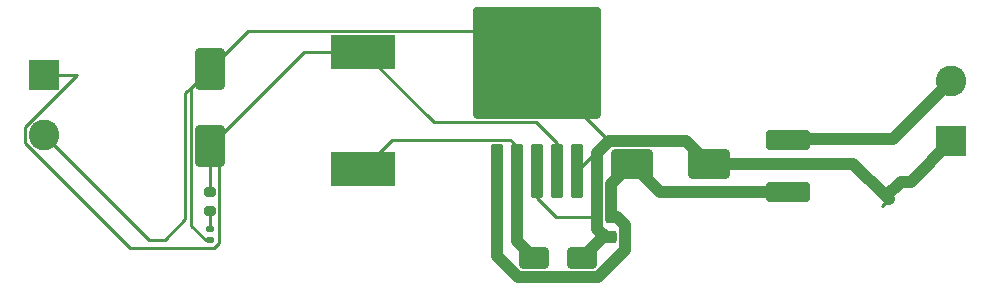
<source format=gbr>
%TF.GenerationSoftware,KiCad,Pcbnew,8.0.4*%
%TF.CreationDate,2024-09-09T00:03:51+05:30*%
%TF.ProjectId,buck conv,6275636b-2063-46f6-9e76-2e6b69636164,rev?*%
%TF.SameCoordinates,Original*%
%TF.FileFunction,Copper,L1,Top*%
%TF.FilePolarity,Positive*%
%FSLAX46Y46*%
G04 Gerber Fmt 4.6, Leading zero omitted, Abs format (unit mm)*
G04 Created by KiCad (PCBNEW 8.0.4) date 2024-09-09 00:03:51*
%MOMM*%
%LPD*%
G01*
G04 APERTURE LIST*
G04 Aperture macros list*
%AMRoundRect*
0 Rectangle with rounded corners*
0 $1 Rounding radius*
0 $2 $3 $4 $5 $6 $7 $8 $9 X,Y pos of 4 corners*
0 Add a 4 corners polygon primitive as box body*
4,1,4,$2,$3,$4,$5,$6,$7,$8,$9,$2,$3,0*
0 Add four circle primitives for the rounded corners*
1,1,$1+$1,$2,$3*
1,1,$1+$1,$4,$5*
1,1,$1+$1,$6,$7*
1,1,$1+$1,$8,$9*
0 Add four rect primitives between the rounded corners*
20,1,$1+$1,$2,$3,$4,$5,0*
20,1,$1+$1,$4,$5,$6,$7,0*
20,1,$1+$1,$6,$7,$8,$9,0*
20,1,$1+$1,$8,$9,$2,$3,0*%
G04 Aperture macros list end*
%TA.AperFunction,SMDPad,CuDef*%
%ADD10RoundRect,0.250000X1.000000X-1.500000X1.000000X1.500000X-1.000000X1.500000X-1.000000X-1.500000X0*%
%TD*%
%TA.AperFunction,SMDPad,CuDef*%
%ADD11RoundRect,0.237500X-0.237500X0.300000X-0.237500X-0.300000X0.237500X-0.300000X0.237500X0.300000X0*%
%TD*%
%TA.AperFunction,ComponentPad*%
%ADD12R,2.600000X2.600000*%
%TD*%
%TA.AperFunction,ComponentPad*%
%ADD13C,2.600000*%
%TD*%
%TA.AperFunction,SMDPad,CuDef*%
%ADD14RoundRect,0.250000X0.300000X-2.050000X0.300000X2.050000X-0.300000X2.050000X-0.300000X-2.050000X0*%
%TD*%
%TA.AperFunction,SMDPad,CuDef*%
%ADD15RoundRect,0.250000X2.375000X-2.025000X2.375000X2.025000X-2.375000X2.025000X-2.375000X-2.025000X0*%
%TD*%
%TA.AperFunction,SMDPad,CuDef*%
%ADD16RoundRect,0.250002X5.149998X-4.449998X5.149998X4.449998X-5.149998X4.449998X-5.149998X-4.449998X0*%
%TD*%
%TA.AperFunction,SMDPad,CuDef*%
%ADD17RoundRect,0.250000X-1.500000X-1.000000X1.500000X-1.000000X1.500000X1.000000X-1.500000X1.000000X0*%
%TD*%
%TA.AperFunction,SMDPad,CuDef*%
%ADD18RoundRect,0.250000X-1.000000X-0.650000X1.000000X-0.650000X1.000000X0.650000X-1.000000X0.650000X0*%
%TD*%
%TA.AperFunction,SMDPad,CuDef*%
%ADD19RoundRect,0.200000X-0.275000X0.200000X-0.275000X-0.200000X0.275000X-0.200000X0.275000X0.200000X0*%
%TD*%
%TA.AperFunction,SMDPad,CuDef*%
%ADD20RoundRect,0.147500X0.172500X-0.147500X0.172500X0.147500X-0.172500X0.147500X-0.172500X-0.147500X0*%
%TD*%
%TA.AperFunction,SMDPad,CuDef*%
%ADD21R,5.400000X2.900000*%
%TD*%
%TA.AperFunction,SMDPad,CuDef*%
%ADD22RoundRect,0.250000X1.625000X-0.587500X1.625000X0.587500X-1.625000X0.587500X-1.625000X-0.587500X0*%
%TD*%
%TA.AperFunction,Conductor*%
%ADD23C,0.254000*%
%TD*%
%TA.AperFunction,Conductor*%
%ADD24C,1.000000*%
%TD*%
G04 APERTURE END LIST*
D10*
%TO.P,C3,1*%
%TO.N,+5V*%
X138000000Y-119500000D03*
%TO.P,C3,2*%
%TO.N,GND*%
X138000000Y-113000000D03*
%TD*%
D11*
%TO.P,C2,1*%
%TO.N,+VDC*%
X172000000Y-125500000D03*
%TO.P,C2,2*%
%TO.N,GND*%
X172000000Y-127225000D03*
%TD*%
D12*
%TO.P,J2,1,Pin_1*%
%TO.N,+5V*%
X124000000Y-113500000D03*
D13*
%TO.P,J2,2,Pin_2*%
%TO.N,GND*%
X124000000Y-118580000D03*
%TD*%
D14*
%TO.P,U1,1,VIN*%
%TO.N,+VDC*%
X162325000Y-121575000D03*
%TO.P,U1,2,OUT*%
%TO.N,Net-(D2-K)*%
X164025000Y-121575000D03*
%TO.P,U1,3,GND*%
%TO.N,GND*%
X165725000Y-121575000D03*
D15*
X162950000Y-114850000D03*
X168500000Y-114850000D03*
D16*
X165725000Y-112425000D03*
D15*
X162950000Y-110000000D03*
X168500000Y-110000000D03*
D14*
%TO.P,U1,4,FB*%
%TO.N,+5V*%
X167425000Y-121575000D03*
%TO.P,U1,5,~{ON}/OFF*%
%TO.N,GND*%
X169125000Y-121575000D03*
%TD*%
D17*
%TO.P,C1,1*%
%TO.N,+VDC*%
X173750000Y-121000000D03*
%TO.P,C1,2*%
%TO.N,GND*%
X180250000Y-121000000D03*
%TD*%
D18*
%TO.P,D2,1,K*%
%TO.N,Net-(D2-K)*%
X165500000Y-129000000D03*
%TO.P,D2,2,A*%
%TO.N,GND*%
X169500000Y-129000000D03*
%TD*%
D19*
%TO.P,R1,1*%
%TO.N,+5V*%
X138000000Y-123350000D03*
%TO.P,R1,2*%
%TO.N,Net-(D3-A)*%
X138000000Y-125000000D03*
%TD*%
D20*
%TO.P,D3,1,K*%
%TO.N,GND*%
X138000000Y-127485000D03*
%TO.P,D3,2,A*%
%TO.N,Net-(D3-A)*%
X138000000Y-126515000D03*
%TD*%
D12*
%TO.P,J1,1,Pin_1*%
%TO.N,GND*%
X200805000Y-119045000D03*
D13*
%TO.P,J1,2,Pin_2*%
%TO.N,Net-(D1-A)*%
X200805000Y-113965000D03*
%TD*%
D21*
%TO.P,L1,1,1*%
%TO.N,Net-(D2-K)*%
X151000000Y-121400000D03*
%TO.P,L1,2,2*%
%TO.N,+5V*%
X151000000Y-111500000D03*
%TD*%
D22*
%TO.P,D1,1,K*%
%TO.N,+VDC*%
X187000000Y-123375000D03*
%TO.P,D1,2,A*%
%TO.N,Net-(D1-A)*%
X187000000Y-119000000D03*
%TD*%
D23*
%TO.N,GND*%
X135954000Y-115046000D02*
X138000000Y-113000000D01*
D24*
X171525000Y-127225000D02*
X170800000Y-126500000D01*
D23*
X165725000Y-121575000D02*
X165725000Y-123875000D01*
D24*
X172000000Y-127225000D02*
X171525000Y-127225000D01*
X195250000Y-123750000D02*
X196500000Y-122500000D01*
D23*
X132874000Y-127454000D02*
X134188053Y-127454000D01*
X170600430Y-120099570D02*
X170800000Y-120099570D01*
D24*
X197350000Y-122500000D02*
X200805000Y-119045000D01*
X170800000Y-120099570D02*
X171849570Y-119050000D01*
X180250000Y-121000000D02*
X192500000Y-121000000D01*
D23*
X165725000Y-123875000D02*
X167350000Y-125500000D01*
X138000000Y-127485000D02*
X137680001Y-127485000D01*
D24*
X192500000Y-121000000D02*
X195250000Y-123750000D01*
D23*
X136423000Y-114577000D02*
X138000000Y-113000000D01*
D24*
X195250000Y-123750000D02*
X195500000Y-124000000D01*
D23*
X134188053Y-127454000D02*
X135954000Y-125688053D01*
X169125000Y-121575000D02*
X170600430Y-120099570D01*
D24*
X171275000Y-127225000D02*
X169500000Y-129000000D01*
X170800000Y-126500000D02*
X170800000Y-125500000D01*
D23*
X138000000Y-113000000D02*
X141277000Y-109723000D01*
X169500000Y-129000000D02*
X170225000Y-129000000D01*
D24*
X178300000Y-119050000D02*
X180250000Y-121000000D01*
D23*
X124000000Y-118580000D02*
X132874000Y-127454000D01*
X167350000Y-125500000D02*
X170800000Y-125500000D01*
X136423000Y-126227999D02*
X136423000Y-114577000D01*
D24*
X196500000Y-122500000D02*
X197350000Y-122500000D01*
X172000000Y-127225000D02*
X171275000Y-127225000D01*
D23*
X135954000Y-125688053D02*
X135954000Y-115046000D01*
D24*
X170800000Y-125500000D02*
X170800000Y-120099570D01*
D23*
X195500000Y-124000000D02*
X194960500Y-124539500D01*
D24*
X171849570Y-119050000D02*
X178300000Y-119050000D01*
D23*
X141277000Y-109723000D02*
X162522570Y-109723000D01*
X137680001Y-127485000D02*
X136423000Y-126227999D01*
X162522570Y-109723000D02*
X171849570Y-119050000D01*
D24*
%TO.N,+VDC*%
X170900430Y-130600000D02*
X173200000Y-128300430D01*
X173200000Y-126200000D02*
X172500000Y-125500000D01*
X162325000Y-121575000D02*
X162325000Y-128825430D01*
X187000000Y-123375000D02*
X176125000Y-123375000D01*
X176125000Y-123375000D02*
X173750000Y-121000000D01*
X164099570Y-130600000D02*
X170900430Y-130600000D01*
X172500000Y-125500000D02*
X172000000Y-125500000D01*
X162325000Y-128825430D02*
X164099570Y-130600000D01*
X173200000Y-128300430D02*
X173200000Y-126200000D01*
X172000000Y-125500000D02*
X172000000Y-122750000D01*
X172000000Y-122750000D02*
X173750000Y-121000000D01*
D23*
%TO.N,+5V*%
X131226074Y-128107000D02*
X138373132Y-128107000D01*
X138802000Y-120302000D02*
X138000000Y-119500000D01*
X138000000Y-119500000D02*
X138000000Y-123350000D01*
X138802000Y-127678132D02*
X138802000Y-120302000D01*
X137500000Y-119000000D02*
X138000000Y-119500000D01*
X126779074Y-113500000D02*
X122373000Y-117906074D01*
X156952000Y-117452000D02*
X151000000Y-111500000D01*
X138373132Y-128107000D02*
X138802000Y-127678132D01*
X146000000Y-111500000D02*
X138000000Y-119500000D01*
X165602000Y-117452000D02*
X156952000Y-117452000D01*
X122373000Y-119253926D02*
X131226074Y-128107000D01*
X124000000Y-113500000D02*
X126779074Y-113500000D01*
X167425000Y-119275000D02*
X165602000Y-117452000D01*
X167425000Y-121575000D02*
X167425000Y-119275000D01*
X151000000Y-111500000D02*
X146000000Y-111500000D01*
X122373000Y-117906074D02*
X122373000Y-119253926D01*
D24*
%TO.N,Net-(D1-A)*%
X195850000Y-118920000D02*
X200805000Y-113965000D01*
X187080000Y-118920000D02*
X195850000Y-118920000D01*
X187000000Y-119000000D02*
X187080000Y-118920000D01*
D23*
%TO.N,Net-(D2-K)*%
X164025000Y-119525000D02*
X164025000Y-121575000D01*
D24*
X165500000Y-129000000D02*
X164025000Y-127525000D01*
D23*
X153452000Y-118948000D02*
X163448000Y-118948000D01*
X164352000Y-124202000D02*
X164025000Y-123875000D01*
X164025000Y-123875000D02*
X164025000Y-121575000D01*
X163448000Y-118948000D02*
X164025000Y-119525000D01*
D24*
X164025000Y-127525000D02*
X164025000Y-121575000D01*
D23*
X151000000Y-121400000D02*
X153452000Y-118948000D01*
%TO.N,Net-(D3-A)*%
X138000000Y-125000000D02*
X138000000Y-126515000D01*
%TD*%
M02*

</source>
